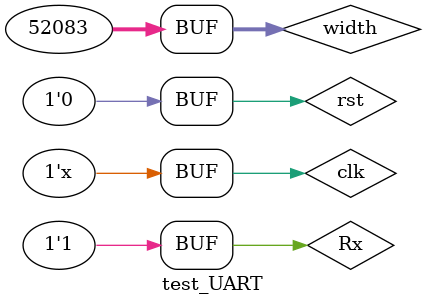
<source format=v>
`timescale 1ns / 1ps


module test_UART;

	// Inputs
	reg clk=1;
	reg rst=1;
	reg Rx;

	// Outputs
	wire Tx;
	wire [7:0] Rx_Data;

	// Instantiate the Unit Under Test (UUT)
	TOP_UART uut (
		.clk(clk), 
		.rst(rst), 
		.Rx(Rx), 
		.Tx(Tx), 
		.Rx_Data(Rx_Data)
	);

	parameter BAUD_rate = 19200;
	reg [31:0] width = 1_000_000_000/BAUD_rate;
    
	 always #7.5 clk=~clk;
	 
	 initial begin
		  rst=1;
		  Rx=1;
		  #30 rst=0;
		  
		  #(width*2) Rx=0; // start bit
		  #width Rx=0;     //data[0]
		  #width Rx=0;     //data[1]
		  #width Rx=0;     //data[2]
		  #width Rx=0;     //data[3]
		  #width Rx=1;     //data[4]
		  #width Rx=1;     //data[5]
		  #width Rx=0;     //data[6]
		  #width Rx=0;     //data[7]
		  #width Rx=1;     //stop bit
		  
		  #(width*5) Rx=0; // start bit
		  #width Rx=1;     //data[0]
		  #width Rx=1;     //data[1]
		  #width Rx=1;     //data[2]
		  #width Rx=0;     //data[3]
		  #width Rx=0;     //data[4]
		  #width Rx=1;     //data[5]
		  #width Rx=0;     //data[6]
		  #width Rx=0;     //data[7]
		  #width Rx=1;     //stop bit
		  
		  #(width*5) Rx=0; // start bit
		  #width Rx=1;     //data[0]
		  #width Rx=0;     //data[1]
		  #width Rx=0;     //data[2]
		  #width Rx=0;     //data[3]
		  #width Rx=1;     //data[4]
		  #width Rx=1;     //data[5]
		  #width Rx=0;     //data[6]
		  #width Rx=0;     //data[7]
		  #width Rx=1;     //stop bit
		  
   end
      
endmodule


</source>
